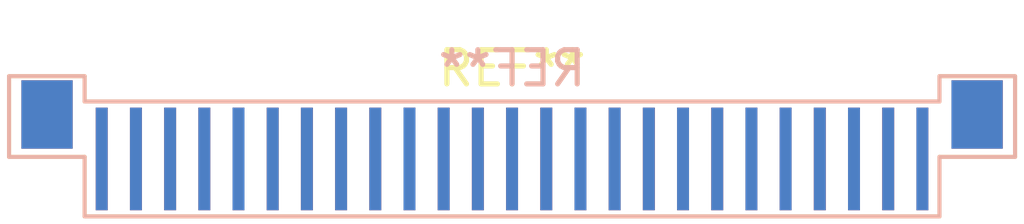
<source format=kicad_pcb>
(kicad_pcb (version 20221018) (generator pcbnew)
  (layers (0 "F.Cu" signal) (31 "B.Cu" signal) (34 "B.Paste" user) (35 "F.Paste" user) (36 "B.SilkS" user "B.Silkscreen") (37 "F.SilkS" user "F.Silkscreen") (38 "B.Mask" user) (39 "F.Mask" user) (44 "Edge.Cuts" user))
  (net 0 "")
  (footprint "Connector:Dreamcast_Card_Edge_Half" (layer "F.Cu") (at 146.939 148.971 180)
    (fp_text reference "REF**" (at 0 2.65) (layer "F.SilkS"))
    (fp_text value "Dreamcast_Card_Edge_Half")
    (fp_line (start -14.71 0.06) (end -12.5 0.06) (stroke (width 0.12)) (layer "F.SilkS"))
    (fp_line (start -14.71 2.42) (end -14.71 0.06) (stroke (width 0.12)) (layer "F.SilkS"))
    (fp_line (start -12.5 -1.68) (end 12.5 -1.68) (stroke (width 0.12)) (layer "F.SilkS"))
    (fp_line (start -12.5 0.06) (end -12.5 -1.68) (stroke (width 0.12)) (layer "F.SilkS"))
    (fp_line (start -12.5 1.68) (end -12.5 2.42) (stroke (width 0.12)) (layer "F.SilkS"))
    (fp_line (start -12.5 1.68) (end 12.5 1.68) (stroke (width 0.12)) (layer "F.SilkS"))
    (fp_line (start -12.5 2.42) (end -14.71 2.42) (stroke (width 0.12)) (layer "F.SilkS"))
    (fp_line (start 12.5 0.06) (end 12.5 -1.68) (stroke (width 0.12)) (layer "F.SilkS"))
    (fp_line (start 12.5 1.68) (end 12.5 2.42) (stroke (width 0.12)) (layer "F.SilkS"))
    (fp_line (start 12.5 2.42) (end 14.71 2.42) (stroke (width 0.12)) (layer "F.SilkS"))
    (fp_line (start 14.71 0.06) (end 12.5 0.06) (stroke (width 0.12)) (layer "F.SilkS"))
    (fp_line (start 14.71 2.42) (end 14.71 0.06) (stroke (width 0.12)) (layer "F.SilkS"))
    (pad "0" smd rect (at -13.6 1.3 180) (size 1.5 2) (layers "F.Cu" "F.Paste" "F.Mask"))
    (pad "0" smd rect (at 13.6 1.3 180) (size 1.5 2) (layers "F.Cu" "F.Paste" "F.Mask"))
    (pad "1" smd rect (at -12 0 180) (size 0.35 3) (layers "F.Cu" "F.Paste" "F.Mask"))
    (pad "2" smd rect (at -11 0 180) (size 0.35 3) (layers "F.Cu" "F.Paste" "F.Mask"))
    (pad "3" smd rect (at -10 0 180) (size 0.35 3) (layers "F.Cu" "F.Paste" "F.Mask"))
    (pad "4" smd rect (at -9 0 180) (size 0.35 3) (layers "F.Cu" "F.Paste" "F.Mask"))
    (pad "5" smd rect (at -8 0 180) (size 0.35 3) (layers "F.Cu" "F.Paste" "F.Mask"))
    (pad "6" smd rect (at -7 0 180) (size 0.35 3) (layers "F.Cu" "F.Paste" "F.Mask"))
    (pad "7" smd rect (at -6 0 180) (size 0.35 3) (layers "F.Cu" "F.Paste" "F.Mask"))
    (pad "8" smd rect (at -5 0 180) (size 0.35 3) (layers "F.Cu" "F.Paste" "F.Mask"))
    (pad "9" smd rect (at -4 0 180) (size 0.35 3) (layers "F.Cu" "F.Paste" "F.Mask"))
    (pad "10" smd rect (at -3 0 180) (size 0.35 3) (layers "F.Cu" "F.Paste" "F.Mask"))
    (pad "11" smd rect (at -2 0 180) (size 0.35 3) (layers "F.Cu" "F.Paste" "F.Mask"))
    (pad "12" smd rect (at -1 0 180) (size 0.35 3) (layers "F.Cu" "F.Paste" "F.Mask"))
    (pad "13" smd rect (at 0 0 180) (size 0.35 3) (layers "F.Cu" "F.Paste" "F.Mask"))
    (pad "14" smd rect (at 1 0 180) (size 0.35 3) (layers "F.Cu" "F.Paste" "F.Mask"))
    (pad "15" smd rect (at 2 0 180) (size 0.35 3) (layers "F.Cu" "F.Paste" "F.Mask"))
    (pad "16" smd rect (at 3 0 180) (size 0.35 3) (layers "F.Cu" "F.Paste" "F.Mask"))
    (pad "17" smd rect (at 4 0 180) (size 0.35 3) (layers "F.Cu" "F.Paste" "F.Mask"))
    (pad "18" smd rect (at 5 0 180) (size 0.35 3) (layers "F.Cu" "F.Paste" "F.Mask"))
    (pad "19" smd rect (at 6 0 180) (size 0.35 3) (layers "F.Cu" "F.Paste" "F.Mask"))
    (pad "20" smd rect (at 7 0 180) (size 0.35 3) (layers "F.Cu" "F.Paste" "F.Mask"))
    (pad "21" smd rect (at 8 0 180) (size 0.35 3) (layers "F.Cu" "F.Paste" "F.Mask"))
    (pad "22" smd rect (at 9 0 180) (size 0.35 3) (layers "F.Cu" "F.Paste" "F.Mask"))
    (pad "23" smd rect (at 10 0 180) (size 0.35 3) (layers "F.Cu" "F.Paste" "F.Mask"))
    (pad "24" smd rect (at 11 0 180) (size 0.35 3) (layers "F.Cu" "F.Paste" "F.Mask"))
    (pad "25" smd rect (at 12 0 180) (size 0.35 3) (layers "F.Cu" "F.Paste" "F.Mask"))
  )
  (footprint "Connector:Dreamcast_Card_Edge_Half" (layer "B.Cu") (at 146.939 148.971)
    (fp_text reference "REF**" (at 0 -2.65) (layer "B.SilkS") (effects (justify mirror)))
    (fp_text value "Dreamcast_Card_Edge_Half")
    (fp_line (start -14.71 -2.42) (end -14.71 -0.06) (stroke (width 0.12)) (layer "B.SilkS"))
    (fp_line (start -14.71 -0.06) (end -12.5 -0.06) (stroke (width 0.12)) (layer "B.SilkS"))
    (fp_line (start -12.5 -2.42) (end -14.71 -2.42) (stroke (width 0.12)) (layer "B.SilkS"))
    (fp_line (start -12.5 -1.68) (end -12.5 -2.42) (stroke (width 0.12)) (layer "B.SilkS"))
    (fp_line (start -12.5 -1.68) (end 12.5 -1.68) (stroke (width 0.12)) (layer "B.SilkS"))
    (fp_line (start -12.5 -0.06) (end -12.5 1.68) (stroke (width 0.12)) (layer "B.SilkS"))
    (fp_line (start -12.5 1.68) (end 12.5 1.68) (stroke (width 0.12)) (layer "B.SilkS"))
    (fp_line (start 12.5 -2.42) (end 14.71 -2.42) (stroke (width 0.12)) (layer "B.SilkS"))
    (fp_line (start 12.5 -1.68) (end 12.5 -2.42) (stroke (width 0.12)) (layer "B.SilkS"))
    (fp_line (start 12.5 -0.06) (end 12.5 1.68) (stroke (width 0.12)) (layer "B.SilkS"))
    (fp_line (start 14.71 -2.42) (end 14.71 -0.06) (stroke (width 0.12)) (layer "B.SilkS"))
    (fp_line (start 14.71 -0.06) (end 12.5 -0.06) (stroke (width 0.12)) (layer "B.SilkS"))
    (pad "0" smd rect (at -13.6 -1.3) (size 1.5 2) (layers "B.Cu" "B.Paste" "B.Mask"))
    (pad "0" smd rect (at 13.6 -1.3) (size 1.5 2) (layers "B.Cu" "B.Paste" "B.Mask"))
    (pad "1" smd rect (at -12 0) (size 0.35 3) (layers "B.Cu" "B.Paste" "B.Mask"))
    (pad "2" smd rect (at -11 0) (size 0.35 3) (layers "B.Cu" "B.Paste" "B.Mask"))
    (pad "3" smd rect (at -10 0) (size 0.35 3) (layers "B.Cu" "B.Paste" "B.Mask"))
    (pad "4" smd rect (at -9 0) (size 0.35 3) (layers "B.Cu" "B.Paste" "B.Mask"))
    (pad "5" smd rect (at -8 0) (size 0.35 3) (layers "B.Cu" "B.Paste" "B.Mask"))
    (pad "6" smd rect (at -7 0) (size 0.35 3) (layers "B.Cu" "B.Paste" "B.Mask"))
    (pad "7" smd rect (at -6 0) (size 0.35 3) (layers "B.Cu" "B.Paste" "B.Mask"))
    (pad "8" smd rect (at -5 0) (size 0.35 3) (layers "B.Cu" "B.Paste" "B.Mask"))
    (pad "9" smd rect (at -4 0) (size 0.35 3) (layers "B.Cu" "B.Paste" "B.Mask"))
    (pad "10" smd rect (at -3 0) (size 0.35 3) (layers "B.Cu" "B.Paste" "B.Mask"))
    (pad "11" smd rect (at -2 0) (size 0.35 3) (layers "B.Cu" "B.Paste" "B.Mask"))
    (pad "12" smd rect (at -1 0) (size 0.35 3) (layers "B.Cu" "B.Paste" "B.Mask"))
    (pad "13" smd rect (at 0 0) (size 0.35 3) (layers "B.Cu" "B.Paste" "B.Mask"))
    (pad "14" smd rect (at 1 0) (size 0.35 3) (layers "B.Cu" "B.Paste" "B.Mask"))
    (pad "15" smd rect (at 2 0) (size 0.35 3) (layers "B.Cu" "B.Paste" "B.Mask"))
    (pad "16" smd rect (at 3 0) (size 0.35 3) (layers "B.Cu" "B.Paste" "B.Mask"))
    (pad "17" smd rect (at 4 0) (size 0.35 3) (layers "B.Cu" "B.Paste" "B.Mask"))
    (pad "18" smd rect (at 5 0) (size 0.35 3) (layers "B.Cu" "B.Paste" "B.Mask"))
    (pad "19" smd rect (at 6 0) (size 0.35 3) (layers "B.Cu" "B.Paste" "B.Mask"))
    (pad "20" smd rect (at 7 0) (size 0.35 3) (layers "B.Cu" "B.Paste" "B.Mask"))
    (pad "21" smd rect (at 8 0) (size 0.35 3) (layers "B.Cu" "B.Paste" "B.Mask"))
    (pad "22" smd rect (at 9 0) (size 0.35 3) (layers "B.Cu" "B.Paste" "B.Mask"))
    (pad "23" smd rect (at 10 0) (size 0.35 3) (layers "B.Cu" "B.Paste" "B.Mask"))
    (pad "24" smd rect (at 11 0) (size 0.35 3) (layers "B.Cu" "B.Paste" "B.Mask"))
    (pad "25" smd rect (at 12 0) (size 0.35 3) (layers "B.Cu" "B.Paste" "B.Mask"))
  )
)
</source>
